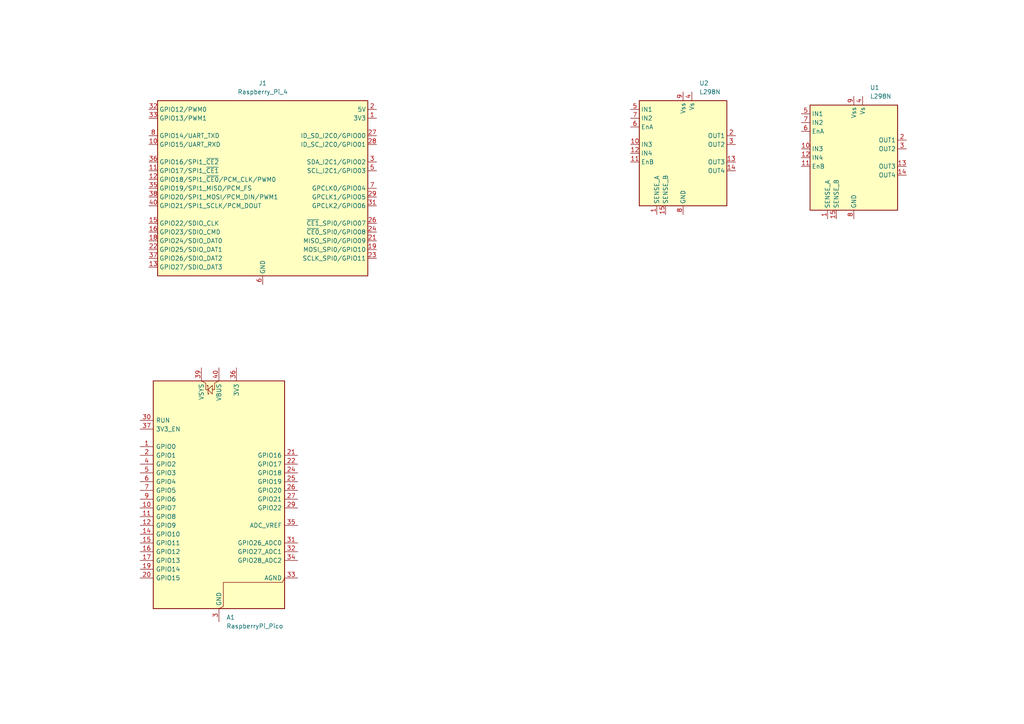
<source format=kicad_sch>
(kicad_sch (version 20250114) (generator "eeschema") (generator_version "9.0")
  (paper "A4")
  (lib_symbols
    (symbol "Connector:Raspberry_Pi_4"
      (property "Reference" "J" (at -17.526 48.768 0))
      (property "Value" "Raspberry_Pi_4" (at 15.748 -26.416 0))
      (symbol "Raspberry_Pi_4_0_1"
        (rectangle (start -30.48 25.4) (end 30.48 -25.4) (stroke (width 0.254)) (fill (type background)))
      )
      (symbol "Raspberry_Pi_4_1_1"
        (pin bidirectional line (at -33.02 22.86 0) (length 2.54) (name "GPIO12/PWM0") (number "32"))
        (pin bidirectional line (at -33.02 20.32 0) (length 2.54) (name "GPIO13/PWM1") (number "33"))
        (pin bidirectional line (at -33.02 15.24 0) (length 2.54) (name "GPIO14/UART_TXD") (number "8"))
        (pin bidirectional line (at -33.02 12.7 0) (length 2.54) (name "GPIO15/UART_RXD") (number "10"))
        (pin bidirectional line (at -33.02 7.62 0) (length 2.54) (name "GPIO16/SPI1_~{CE2}") (number "36"))
        (pin bidirectional line (at -33.02 5.08 0) (length 2.54) (name "GPIO17/SPI1_~{CE1}") (number "11"))
        (pin bidirectional line (at -33.02 2.54 0) (length 2.54) (name "GPIO18/SPI1_~{CE0}/PCM_CLK/PWM0") (number "12"))
        (pin bidirectional line (at -33.02 0 0) (length 2.54) (name "GPIO19/SPI1_MISO/PCM_FS") (number "35"))
        (pin bidirectional line (at -33.02 -2.54 0) (length 2.54) (name "GPIO20/SPI1_MOSI/PCM_DIN/PWM1") (number "38"))
        (pin bidirectional line (at -33.02 -5.08 0) (length 2.54) (name "GPIO21/SPI1_SCLK/PCM_DOUT") (number "40"))
        (pin bidirectional line (at -33.02 -10.16 0) (length 2.54) (name "GPIO22/SDIO_CLK") (number "15"))
        (pin bidirectional line (at -33.02 -12.7 0) (length 2.54) (name "GPIO23/SDIO_CMD") (number "16"))
        (pin bidirectional line (at -33.02 -15.24 0) (length 2.54) (name "GPIO24/SDIO_DAT0") (number "18"))
        (pin bidirectional line (at -33.02 -17.78 0) (length 2.54) (name "GPIO25/SDIO_DAT1") (number "22"))
        (pin bidirectional line (at -33.02 -20.32 0) (length 2.54) (name "GPIO26/SDIO_DAT2") (number "37"))
        (pin bidirectional line (at -33.02 -22.86 0) (length 2.54) (name "GPIO27/SDIO_DAT3") (number "13"))
        (pin passive line (at 0 -27.94 90) (length 2.54) (hide yes) (name "GND") (number "14"))
        (pin passive line (at 0 -27.94 90) (length 2.54) (hide yes) (name "GND") (number "20"))
        (pin passive line (at 0 -27.94 90) (length 2.54) (hide yes) (name "GND") (number "25"))
        (pin passive line (at 0 -27.94 90) (length 2.54) (hide yes) (name "GND") (number "30"))
        (pin passive line (at 0 -27.94 90) (length 2.54) (hide yes) (name "GND") (number "34"))
        (pin passive line (at 0 -27.94 90) (length 2.54) (hide yes) (name "GND") (number "39"))
        (pin power_out line (at 0 -27.94 90) (length 2.54) (name "GND") (number "6"))
        (pin passive line (at 0 -27.94 90) (length 2.54) (hide yes) (name "GND") (number "9"))
        (pin power_out line (at 33.02 22.86 180) (length 2.54) (name "5V") (number "2"))
        (pin passive line (at 33.02 22.86 180) (length 2.54) (hide yes) (name "5V") (number "4"))
        (pin power_out line (at 33.02 20.32 180) (length 2.54) (name "3V3") (number "1"))
        (pin passive line (at 33.02 20.32 180) (length 2.54) (hide yes) (name "3V3") (number "17"))
        (pin bidirectional line (at 33.02 15.24 180) (length 2.54) (name "ID_SD_I2C0/GPIO00") (number "27"))
        (pin bidirectional line (at 33.02 12.7 180) (length 2.54) (name "ID_SC_I2C0/GPIO01") (number "28"))
        (pin bidirectional line (at 33.02 7.62 180) (length 2.54) (name "SDA_I2C1/GPIO02") (number "3"))
        (pin bidirectional line (at 33.02 5.08 180) (length 2.54) (name "SCL_I2C1/GPIO03") (number "5"))
        (pin bidirectional line (at 33.02 0 180) (length 2.54) (name "GPCLK0/GPIO04") (number "7"))
        (pin bidirectional line (at 33.02 -2.54 180) (length 2.54) (name "GPCLK1/GPIO05") (number "29"))
        (pin bidirectional line (at 33.02 -5.08 180) (length 2.54) (name "GPCLK2/GPIO06") (number "31"))
        (pin bidirectional line (at 33.02 -10.16 180) (length 2.54) (name "~{CE1}_SPI0/GPIO07") (number "26"))
        (pin bidirectional line (at 33.02 -12.7 180) (length 2.54) (name "~{CE0}_SPI0/GPIO08") (number "24"))
        (pin bidirectional line (at 33.02 -15.24 180) (length 2.54) (name "MISO_SPI0/GPIO09") (number "21"))
        (pin bidirectional line (at 33.02 -17.78 180) (length 2.54) (name "MOSI_SPI0/GPIO10") (number "19"))
        (pin bidirectional line (at 33.02 -20.32 180) (length 2.54) (name "SCLK_SPI0/GPIO11") (number "23"))
      )
    )
    (symbol "Driver_Motor:L298N"
      (property "Reference" "U" (at -10.16 16.51 0))
      (property "Value" "L298N" (at 12.7 16.51 0))
      (symbol "L298N_0_1"
        (rectangle (start -12.7 15.24) (end 12.7 -15.24) (stroke (width 0.254)) (fill (type background)))
      )
      (symbol "L298N_1_1"
        (pin input line (at -15.24 12.7 0) (length 2.54) (name "IN1") (number "5"))
        (pin input line (at -15.24 10.16 0) (length 2.54) (name "IN2") (number "7"))
        (pin input line (at -15.24 7.62 0) (length 2.54) (name "EnA") (number "6"))
        (pin input line (at -15.24 2.54 0) (length 2.54) (name "IN3") (number "10"))
        (pin input line (at -15.24 0 0) (length 2.54) (name "IN4") (number "12"))
        (pin input line (at -15.24 -2.54 0) (length 2.54) (name "EnB") (number "11"))
        (pin input line (at -7.62 -17.78 90) (length 2.54) (name "SENSE_A") (number "1"))
        (pin input line (at -5.08 -17.78 90) (length 2.54) (name "SENSE_B") (number "15"))
        (pin power_in line (at 0 17.78 270) (length 2.54) (name "Vss") (number "9"))
        (pin power_in line (at 0 -17.78 90) (length 2.54) (name "GND") (number "8"))
        (pin power_in line (at 2.54 17.78 270) (length 2.54) (name "Vs") (number "4"))
        (pin output line (at 15.24 5.08 180) (length 2.54) (name "OUT1") (number "2"))
        (pin output line (at 15.24 2.54 180) (length 2.54) (name "OUT2") (number "3"))
        (pin output line (at 15.24 -2.54 180) (length 2.54) (name "OUT3") (number "13"))
        (pin output line (at 15.24 -5.08 180) (length 2.54) (name "OUT4") (number "14"))
      )
    )
    (symbol "MCU_Module:RaspberryPi_Pico" (pin_names (offset 0.762))
      (property "Reference" "A" (at -19.05 35.56 0))
      (property "Value" "RaspberryPi_Pico" (at 7.62 35.56 0))
      (symbol "RaspberryPi_Pico_0_1"
        (rectangle (start -19.05 34.29) (end 19.05 -31.75) (stroke (width 0.254)) (fill (type background)))
        (polyline (pts (xy -5.08 34.29) (xy -3.81 33.655) (xy -3.81 31.75) (xy -3.175 31.75)))
        (polyline (pts (xy -3.429 32.766) (xy -3.429 33.02) (xy -3.175 33.02) (xy -3.175 30.48) (xy -2.921 30.48) (xy -2.921 30.734)))
        (polyline (pts (xy -3.175 31.75) (xy -1.905 33.02) (xy -1.905 30.48) (xy -3.175 31.75)))
        (polyline (pts (xy 0 34.29) (xy -1.27 33.655) (xy -1.27 31.75) (xy -1.905 31.75)))
        (polyline (pts (xy 0 -31.75) (xy 1.27 -31.115) (xy 1.27 -24.13) (xy 18.415 -24.13) (xy 19.05 -22.86)))
      )
      (symbol "RaspberryPi_Pico_1_1"
        (pin passive line (at -22.86 22.86 0) (length 3.81) (name "RUN") (number "30"))
        (pin passive line (at -22.86 20.32 0) (length 3.81) (name "3V3_EN") (number "37"))
        (pin bidirectional line (at -22.86 15.24 0) (length 3.81) (name "GPIO0") (number "1"))
        (pin bidirectional line (at -22.86 12.7 0) (length 3.81) (name "GPIO1") (number "2"))
        (pin bidirectional line (at -22.86 10.16 0) (length 3.81) (name "GPIO2") (number "4"))
        (pin bidirectional line (at -22.86 7.62 0) (length 3.81) (name "GPIO3") (number "5"))
        (pin bidirectional line (at -22.86 5.08 0) (length 3.81) (name "GPIO4") (number "6"))
        (pin bidirectional line (at -22.86 2.54 0) (length 3.81) (name "GPIO5") (number "7"))
        (pin bidirectional line (at -22.86 0 0) (length 3.81) (name "GPIO6") (number "9"))
        (pin bidirectional line (at -22.86 -2.54 0) (length 3.81) (name "GPIO7") (number "10"))
        (pin bidirectional line (at -22.86 -5.08 0) (length 3.81) (name "GPIO8") (number "11"))
        (pin bidirectional line (at -22.86 -7.62 0) (length 3.81) (name "GPIO9") (number "12"))
        (pin bidirectional line (at -22.86 -10.16 0) (length 3.81) (name "GPIO10") (number "14"))
        (pin bidirectional line (at -22.86 -12.7 0) (length 3.81) (name "GPIO11") (number "15"))
        (pin bidirectional line (at -22.86 -15.24 0) (length 3.81) (name "GPIO12") (number "16"))
        (pin bidirectional line (at -22.86 -17.78 0) (length 3.81) (name "GPIO13") (number "17"))
        (pin bidirectional line (at -22.86 -20.32 0) (length 3.81) (name "GPIO14") (number "19"))
        (pin bidirectional line (at -22.86 -22.86 0) (length 3.81) (name "GPIO15") (number "20"))
        (pin power_in line (at -5.08 38.1 270) (length 3.81) (name "VSYS") (number "39"))
        (pin power_out line (at 0 38.1 270) (length 3.81) (name "VBUS") (number "40"))
        (pin passive line (at 0 -35.56 90) (length 3.81) (hide yes) (name "GND") (number "13"))
        (pin passive line (at 0 -35.56 90) (length 3.81) (hide yes) (name "GND") (number "18"))
        (pin passive line (at 0 -35.56 90) (length 3.81) (hide yes) (name "GND") (number "23"))
        (pin passive line (at 0 -35.56 90) (length 3.81) (hide yes) (name "GND") (number "28"))
        (pin power_out line (at 0 -35.56 90) (length 3.81) (name "GND") (number "3"))
        (pin passive line (at 0 -35.56 90) (length 3.81) (hide yes) (name "GND") (number "38"))
        (pin passive line (at 0 -35.56 90) (length 3.81) (hide yes) (name "GND") (number "8"))
        (pin power_out line (at 5.08 38.1 270) (length 3.81) (name "3V3") (number "36"))
        (pin bidirectional line (at 22.86 12.7 180) (length 3.81) (name "GPIO16") (number "21"))
        (pin bidirectional line (at 22.86 10.16 180) (length 3.81) (name "GPIO17") (number "22"))
        (pin bidirectional line (at 22.86 7.62 180) (length 3.81) (name "GPIO18") (number "24"))
        (pin bidirectional line (at 22.86 5.08 180) (length 3.81) (name "GPIO19") (number "25"))
        (pin bidirectional line (at 22.86 2.54 180) (length 3.81) (name "GPIO20") (number "26"))
        (pin bidirectional line (at 22.86 0 180) (length 3.81) (name "GPIO21") (number "27"))
        (pin bidirectional line (at 22.86 -2.54 180) (length 3.81) (name "GPIO22") (number "29"))
        (pin power_in line (at 22.86 -7.62 180) (length 3.81) (name "ADC_VREF") (number "35"))
        (pin bidirectional line (at 22.86 -12.7 180) (length 3.81) (name "GPIO26_ADC0") (number "31"))
        (pin bidirectional line (at 22.86 -15.24 180) (length 3.81) (name "GPIO27_ADC1") (number "32"))
        (pin bidirectional line (at 22.86 -17.78 180) (length 3.81) (name "GPIO28_ADC2") (number "34"))
        (pin power_out line (at 22.86 -22.86 180) (length 3.81) (name "AGND") (number "33"))
      )
    )
  )
  (symbol (lib_id "MCU_Module:RaspberryPi_Pico") (at 63.5 144.78 0) (unit 1)
    (property "Reference" "A1" (at 65.6433 179.07 0) (effects (justify left)))
    (property "Value" "RaspberryPi_Pico" (at 65.6433 181.61 0) (effects (justify left)))
    (property "Footprint" "Module:RaspberryPi_Pico_Common_Unspecified" (effects (hide yes)))
    (property "Datasheet" "https://datasheets.raspberrypi.com/pico/pico-datasheet.pdf" (effects (hide yes)))
    (property "Description" "Versatile and inexpensive microcontroller module powered by RP2040 dual-core Arm Cortex-M0+ processor up to 133 MHz, 264kB SRAM, 2MB QSPI flash; also supports Raspberry Pi Pico 2" (effects (hide yes)))
  )
  (symbol (lib_id "Driver_Motor:L298N") (at 198.12 44.45 0) (unit 1)
    (property "Reference" "U2" (at 202.8033 24.13 0) (effects (justify left)))
    (property "Value" "L298N" (at 202.8033 26.67 0) (effects (justify left)))
    (property "Footprint" "Package_TO_SOT_THT:TO-220-15_P2.54x5.08mm_StaggerOdd_Lead4.58mm_Vertical" (effects (hide yes)))
    (property "Datasheet" "http://www.st.com/st-web-ui/static/active/en/resource/technical/document/datasheet/CD00000240.pdf" (effects (hide yes)))
    (property "Description" "Dual full bridge motor driver, up to 46V, 4A, Multiwatt15-V" (effects (hide yes)))
  )
  (symbol (lib_id "Driver_Motor:L298N") (at 247.65 45.72 0) (unit 1)
    (property "Reference" "U1" (at 252.3333 25.4 0) (effects (justify left)))
    (property "Value" "L298N" (at 252.3333 27.94 0) (effects (justify left)))
    (property "Footprint" "Package_TO_SOT_THT:TO-220-15_P2.54x5.08mm_StaggerOdd_Lead4.58mm_Vertical" (effects (hide yes)))
    (property "Datasheet" "http://www.st.com/st-web-ui/static/active/en/resource/technical/document/datasheet/CD00000240.pdf" (effects (hide yes)))
    (property "Description" "Dual full bridge motor driver, up to 46V, 4A, Multiwatt15-V" (effects (hide yes)))
  )
  (symbol (lib_id "Connector:Raspberry_Pi_4") (at 76.2 54.61 0) (unit 1)
    (property "Reference" "J1" (at 76.2 24.13 0))
    (property "Value" "Raspberry_Pi_4" (at 76.2 26.67 0))
    (property "Datasheet" "https://datasheets.raspberrypi.com/rpi4/raspberry-pi-4-datasheet.pdf" (effects (hide yes)))
    (property "Description" "Raspberry Pi 4 Model B" (effects (hide yes)))
  )
)
</source>
